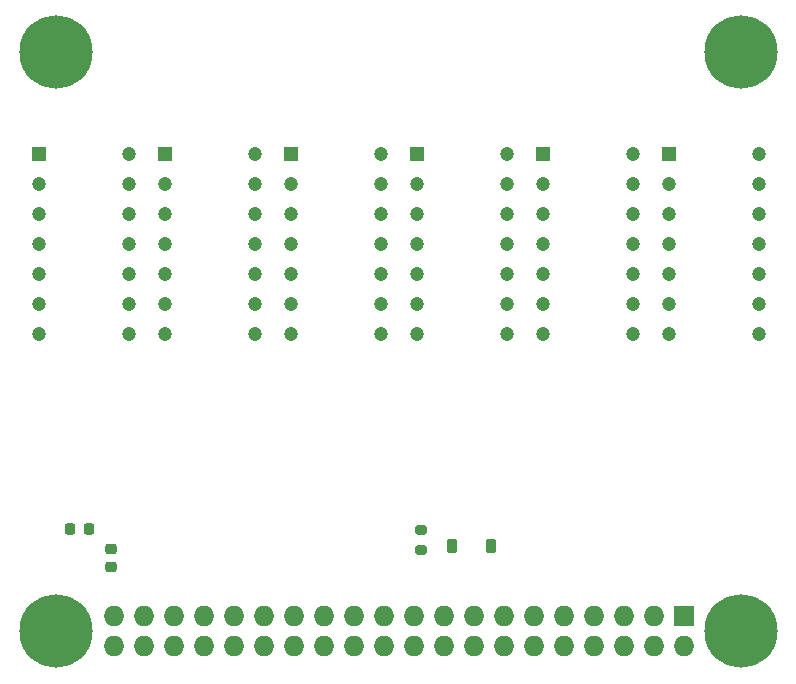
<source format=gbs>
%TF.GenerationSoftware,KiCad,Pcbnew,7.0.5*%
%TF.CreationDate,2023-07-26T15:52:39+03:00*%
%TF.ProjectId,ltp_kikad,6c74705f-6b69-46b6-9164-2e6b69636164,rev?*%
%TF.SameCoordinates,Original*%
%TF.FileFunction,Soldermask,Bot*%
%TF.FilePolarity,Negative*%
%FSLAX46Y46*%
G04 Gerber Fmt 4.6, Leading zero omitted, Abs format (unit mm)*
G04 Created by KiCad (PCBNEW 7.0.5) date 2023-07-26 15:52:39*
%MOMM*%
%LPD*%
G01*
G04 APERTURE LIST*
G04 Aperture macros list*
%AMRoundRect*
0 Rectangle with rounded corners*
0 $1 Rounding radius*
0 $2 $3 $4 $5 $6 $7 $8 $9 X,Y pos of 4 corners*
0 Add a 4 corners polygon primitive as box body*
4,1,4,$2,$3,$4,$5,$6,$7,$8,$9,$2,$3,0*
0 Add four circle primitives for the rounded corners*
1,1,$1+$1,$2,$3*
1,1,$1+$1,$4,$5*
1,1,$1+$1,$6,$7*
1,1,$1+$1,$8,$9*
0 Add four rect primitives between the rounded corners*
20,1,$1+$1,$2,$3,$4,$5,0*
20,1,$1+$1,$4,$5,$6,$7,0*
20,1,$1+$1,$6,$7,$8,$9,0*
20,1,$1+$1,$8,$9,$2,$3,0*%
G04 Aperture macros list end*
%ADD10R,1.200000X1.200000*%
%ADD11C,1.200000*%
%ADD12C,6.200000*%
%ADD13R,1.727200X1.727200*%
%ADD14O,1.727200X1.727200*%
%ADD15RoundRect,0.225000X-0.225000X-0.375000X0.225000X-0.375000X0.225000X0.375000X-0.225000X0.375000X0*%
%ADD16RoundRect,0.225000X0.225000X0.250000X-0.225000X0.250000X-0.225000X-0.250000X0.225000X-0.250000X0*%
%ADD17RoundRect,0.225000X-0.250000X0.225000X-0.250000X-0.225000X0.250000X-0.225000X0.250000X0.225000X0*%
%ADD18RoundRect,0.200000X0.275000X-0.200000X0.275000X0.200000X-0.275000X0.200000X-0.275000X-0.200000X0*%
G04 APERTURE END LIST*
D10*
%TO.C,DS6*%
X174407900Y-65151000D03*
D11*
X174407900Y-67691000D03*
X174407900Y-70231000D03*
X174407900Y-72771000D03*
X174407900Y-75311000D03*
X174407900Y-77851000D03*
X174407900Y-80391000D03*
X182027900Y-80391000D03*
X182027900Y-77851000D03*
X182027900Y-75311000D03*
X182027900Y-72771000D03*
X182027900Y-70231000D03*
X182027900Y-67691000D03*
X182027900Y-65151000D03*
%TD*%
D10*
%TO.C,DS3*%
X142403900Y-65148600D03*
D11*
X142403900Y-67688600D03*
X142403900Y-70228600D03*
X142403900Y-72768600D03*
X142403900Y-75308600D03*
X142403900Y-77848600D03*
X142403900Y-80388600D03*
X150023900Y-80388600D03*
X150023900Y-77848600D03*
X150023900Y-75308600D03*
X150023900Y-72768600D03*
X150023900Y-70228600D03*
X150023900Y-67688600D03*
X150023900Y-65148600D03*
%TD*%
D12*
%TO.C,*%
X122466800Y-105572200D03*
%TD*%
%TO.C,*%
X180466800Y-56572200D03*
%TD*%
D10*
%TO.C,DS5*%
X163739900Y-65148600D03*
D11*
X163739900Y-67688600D03*
X163739900Y-70228600D03*
X163739900Y-72768600D03*
X163739900Y-75308600D03*
X163739900Y-77848600D03*
X163739900Y-80388600D03*
X171359900Y-80388600D03*
X171359900Y-77848600D03*
X171359900Y-75308600D03*
X171359900Y-72768600D03*
X171359900Y-70228600D03*
X171359900Y-67688600D03*
X171359900Y-65148600D03*
%TD*%
D12*
%TO.C,*%
X180466800Y-105572200D03*
%TD*%
D10*
%TO.C,DS2*%
X131735900Y-65148600D03*
D11*
X131735900Y-67688600D03*
X131735900Y-70228600D03*
X131735900Y-72768600D03*
X131735900Y-75308600D03*
X131735900Y-77848600D03*
X131735900Y-80388600D03*
X139355900Y-80388600D03*
X139355900Y-77848600D03*
X139355900Y-75308600D03*
X139355900Y-72768600D03*
X139355900Y-70228600D03*
X139355900Y-67688600D03*
X139355900Y-65148600D03*
%TD*%
D10*
%TO.C,DS1*%
X121067900Y-65148600D03*
D11*
X121067900Y-67688600D03*
X121067900Y-70228600D03*
X121067900Y-72768600D03*
X121067900Y-75308600D03*
X121067900Y-77848600D03*
X121067900Y-80388600D03*
X128687900Y-80388600D03*
X128687900Y-77848600D03*
X128687900Y-75308600D03*
X128687900Y-72768600D03*
X128687900Y-70228600D03*
X128687900Y-67688600D03*
X128687900Y-65148600D03*
%TD*%
D12*
%TO.C,*%
X122466800Y-56572200D03*
%TD*%
D13*
%TO.C,J2*%
X175641000Y-104300000D03*
D14*
X175641000Y-106840000D03*
X173101000Y-104300000D03*
X173101000Y-106840000D03*
X170561000Y-104300000D03*
X170561000Y-106840000D03*
X168021000Y-104300000D03*
X168021000Y-106840000D03*
X165481000Y-104300000D03*
X165481000Y-106840000D03*
X162941000Y-104300000D03*
X162941000Y-106840000D03*
X160401000Y-104300000D03*
X160401000Y-106840000D03*
X157861000Y-104300000D03*
X157861000Y-106840000D03*
X155321000Y-104300000D03*
X155321000Y-106840000D03*
X152781000Y-104300000D03*
X152781000Y-106840000D03*
X150241000Y-104300000D03*
X150241000Y-106840000D03*
X147701000Y-104300000D03*
X147701000Y-106840000D03*
X145161000Y-104300000D03*
X145161000Y-106840000D03*
X142621000Y-104300000D03*
X142621000Y-106840000D03*
X140081000Y-104300000D03*
X140081000Y-106840000D03*
X137541000Y-104300000D03*
X137541000Y-106840000D03*
X135001000Y-104300000D03*
X135001000Y-106840000D03*
X132461000Y-104300000D03*
X132461000Y-106840000D03*
X129921000Y-104300000D03*
X129921000Y-106840000D03*
X127381000Y-104300000D03*
X127381000Y-106840000D03*
%TD*%
D10*
%TO.C,DS4*%
X153071900Y-65148600D03*
D11*
X153071900Y-67688600D03*
X153071900Y-70228600D03*
X153071900Y-72768600D03*
X153071900Y-75308600D03*
X153071900Y-77848600D03*
X153071900Y-80388600D03*
X160691900Y-80388600D03*
X160691900Y-77848600D03*
X160691900Y-75308600D03*
X160691900Y-72768600D03*
X160691900Y-70228600D03*
X160691900Y-67688600D03*
X160691900Y-65148600D03*
%TD*%
D15*
%TO.C,D1*%
X156038900Y-98361600D03*
X159338900Y-98361600D03*
%TD*%
D16*
%TO.C,C3*%
X125271900Y-96898600D03*
X123721900Y-96898600D03*
%TD*%
D17*
%TO.C,C4*%
X127187000Y-98625000D03*
X127187000Y-100175000D03*
%TD*%
D18*
%TO.C,R2*%
X153438900Y-98686600D03*
X153438900Y-97036600D03*
%TD*%
M02*

</source>
